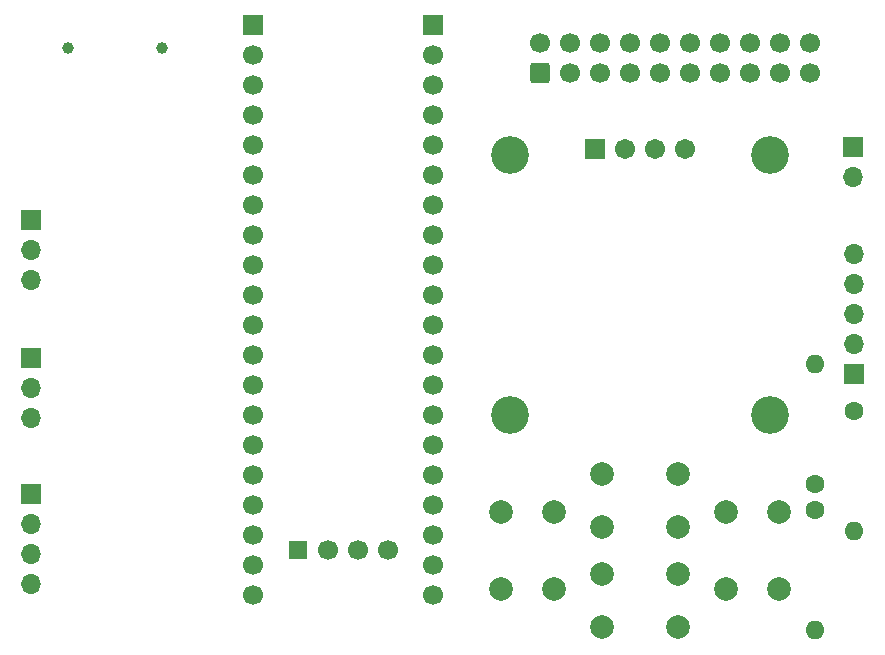
<source format=gbr>
%TF.GenerationSoftware,KiCad,Pcbnew,8.0.5*%
%TF.CreationDate,2024-10-08T11:28:01+02:00*%
%TF.ProjectId,sdiskII_stm32,73646973-6b49-4495-9f73-746d33322e6b,rev?*%
%TF.SameCoordinates,Original*%
%TF.FileFunction,Soldermask,Bot*%
%TF.FilePolarity,Negative*%
%FSLAX46Y46*%
G04 Gerber Fmt 4.6, Leading zero omitted, Abs format (unit mm)*
G04 Created by KiCad (PCBNEW 8.0.5) date 2024-10-08 11:28:01*
%MOMM*%
%LPD*%
G01*
G04 APERTURE LIST*
G04 Aperture macros list*
%AMRoundRect*
0 Rectangle with rounded corners*
0 $1 Rounding radius*
0 $2 $3 $4 $5 $6 $7 $8 $9 X,Y pos of 4 corners*
0 Add a 4 corners polygon primitive as box body*
4,1,4,$2,$3,$4,$5,$6,$7,$8,$9,$2,$3,0*
0 Add four circle primitives for the rounded corners*
1,1,$1+$1,$2,$3*
1,1,$1+$1,$4,$5*
1,1,$1+$1,$6,$7*
1,1,$1+$1,$8,$9*
0 Add four rect primitives between the rounded corners*
20,1,$1+$1,$2,$3,$4,$5,0*
20,1,$1+$1,$4,$5,$6,$7,0*
20,1,$1+$1,$6,$7,$8,$9,0*
20,1,$1+$1,$8,$9,$2,$3,0*%
G04 Aperture macros list end*
%ADD10RoundRect,0.250000X0.600000X-0.600000X0.600000X0.600000X-0.600000X0.600000X-0.600000X-0.600000X0*%
%ADD11C,1.700000*%
%ADD12C,2.000000*%
%ADD13C,1.600000*%
%ADD14O,1.600000X1.600000*%
%ADD15R,1.700000X1.700000*%
%ADD16O,1.700000X1.700000*%
%ADD17R,1.524000X1.524000*%
%ADD18RoundRect,0.102000X-0.754000X-0.754000X0.754000X-0.754000X0.754000X0.754000X-0.754000X0.754000X0*%
%ADD19C,1.712000*%
%ADD20C,3.204000*%
%ADD21C,1.000000*%
G04 APERTURE END LIST*
D10*
%TO.C,J2*%
X178290000Y-92490000D03*
D11*
X178290000Y-89950000D03*
X180830000Y-92490000D03*
X180830000Y-89950000D03*
X183370000Y-92490000D03*
X183370000Y-89950000D03*
X185910000Y-92490000D03*
X185910000Y-89950000D03*
X188450000Y-92490000D03*
X188450000Y-89950000D03*
X190990000Y-92490000D03*
X190990000Y-89950000D03*
X193530000Y-92490000D03*
X193530000Y-89950000D03*
X196070000Y-92490000D03*
X196070000Y-89950000D03*
X198610000Y-92490000D03*
X198610000Y-89950000D03*
X201150000Y-92490000D03*
X201150000Y-89950000D03*
%TD*%
D12*
%TO.C,UP1*%
X190040000Y-130950000D03*
X183540000Y-130950000D03*
X190040000Y-126450000D03*
X183540000Y-126450000D03*
%TD*%
D13*
%TO.C,R1*%
X201600000Y-127330000D03*
D14*
X201600000Y-117170000D03*
%TD*%
D15*
%TO.C,J5*%
X135240000Y-116670000D03*
D16*
X135240000Y-119210000D03*
X135240000Y-121750000D03*
%TD*%
D15*
%TO.C,J4*%
X135240000Y-104975000D03*
D16*
X135240000Y-107515000D03*
X135240000Y-110055000D03*
%TD*%
D15*
%TO.C,\u03BCC1*%
X154050000Y-88440000D03*
D11*
X154050000Y-90980000D03*
X154050000Y-93520000D03*
X154050000Y-96060000D03*
X154050000Y-98600000D03*
X154050000Y-101140000D03*
X154050000Y-103680000D03*
X154050000Y-106220000D03*
X154050000Y-108760000D03*
X154050000Y-111300000D03*
X154050000Y-113840000D03*
X154050000Y-116380000D03*
X154050000Y-118920000D03*
X154050000Y-121460000D03*
X154050000Y-124000000D03*
X154050000Y-126540000D03*
X154050000Y-129080000D03*
X154050000Y-131620000D03*
X154050000Y-134160000D03*
X154050000Y-136700000D03*
X169290000Y-136700000D03*
X169290000Y-134160000D03*
X169290000Y-131620000D03*
X169290000Y-129080000D03*
X169290000Y-126540000D03*
X169290000Y-124000000D03*
X169290000Y-121460000D03*
X169290000Y-118920000D03*
X169290000Y-116380000D03*
X169290000Y-113840000D03*
X169290000Y-111300000D03*
X169290000Y-108760000D03*
X169290000Y-106220000D03*
X169290000Y-103680000D03*
X169290000Y-101140000D03*
X169290000Y-98600000D03*
X169290000Y-96060000D03*
X169290000Y-93520000D03*
X169290000Y-90980000D03*
D15*
X169290000Y-88440000D03*
D17*
X157860000Y-132890000D03*
D11*
X160400000Y-132890000D03*
X162940000Y-132890000D03*
X165480000Y-132890000D03*
%TD*%
D15*
%TO.C,J1*%
X204840000Y-98810000D03*
D16*
X204840000Y-101350000D03*
%TD*%
D12*
%TO.C,ENTR1*%
X198540000Y-129700000D03*
X198540000Y-136200000D03*
X194040000Y-129700000D03*
X194040000Y-136200000D03*
%TD*%
D15*
%TO.C,J6*%
X135240000Y-128180000D03*
D16*
X135240000Y-130720000D03*
X135240000Y-133260000D03*
X135240000Y-135800000D03*
%TD*%
D13*
%TO.C,R3*%
X204950000Y-121120000D03*
D14*
X204950000Y-131280000D03*
%TD*%
D18*
%TO.C,U8*%
X182980000Y-98950000D03*
D19*
X185520000Y-98950000D03*
X188060000Y-98950000D03*
X190600000Y-98950000D03*
D20*
X175790000Y-99450000D03*
X197790000Y-99450000D03*
X197790000Y-121450000D03*
X175790000Y-121450000D03*
%TD*%
D21*
%TO.C,U2*%
X138340000Y-90350000D03*
X146340000Y-90350000D03*
%TD*%
D13*
%TO.C,R2*%
X201600000Y-129500000D03*
D14*
X201600000Y-139660000D03*
%TD*%
D15*
%TO.C,J3*%
X204940000Y-118030000D03*
D16*
X204940000Y-115490000D03*
X204940000Y-112950000D03*
X204940000Y-110410000D03*
X204940000Y-107870000D03*
%TD*%
D12*
%TO.C,RET1*%
X179540000Y-129700000D03*
X179540000Y-136200000D03*
X175040000Y-129700000D03*
X175040000Y-136200000D03*
%TD*%
%TO.C,DOWN1*%
X183540000Y-134950000D03*
X190040000Y-134950000D03*
X183540000Y-139450000D03*
X190040000Y-139450000D03*
%TD*%
M02*

</source>
